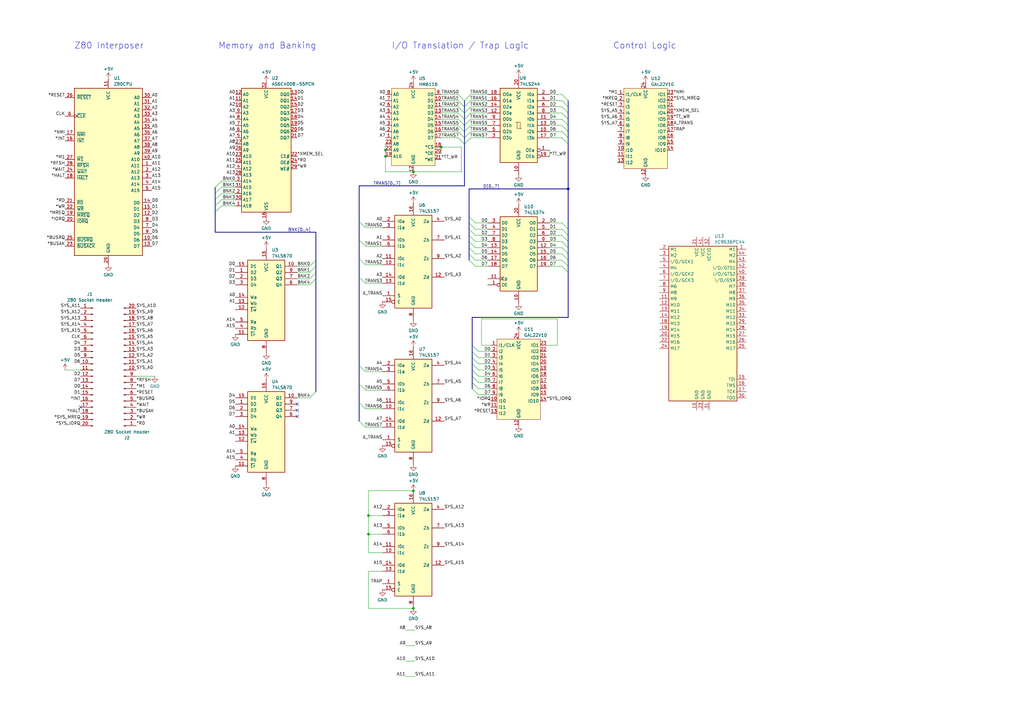
<source format=kicad_sch>
(kicad_sch (version 20230121) (generator eeschema)
  (paper "A3")
  (lib_symbols
    (symbol "74xx:74LS157" (pin_names (offset 1.016))
      (property "Reference" "U" (at -7.62 19.05 0))
      (property "Value" "74LS157" (at -7.62 -21.59 0))
      (symbol "74LS157_1_0"
        (pin input line (at -12.7 -15.24 0) (length 5.08) (name "S") (number "1"))
        (pin input line (at -12.7 -2.54 0) (length 5.08) (name "I1c") (number "10"))
        (pin input line (at -12.7 0 0) (length 5.08) (name "I0c") (number "11"))
        (pin output line (at 12.7 -7.62 180) (length 5.08) (name "Zd") (number "12"))
        (pin input line (at -12.7 -10.16 0) (length 5.08) (name "I1d") (number "13"))
        (pin input line (at -12.7 -7.62 0) (length 5.08) (name "I0d") (number "14"))
        (pin input inverted (at -12.7 -17.78 0) (length 5.08) (name "E") (number "15"))
        (pin power_in line (at 0 22.86 270) (length 5.08) (name "VCC") (number "16"))
        (pin input line (at -12.7 15.24 0) (length 5.08) (name "I0a") (number "2"))
        (pin input line (at -12.7 12.7 0) (length 5.08) (name "I1a") (number "3"))
        (pin output line (at 12.7 15.24 180) (length 5.08) (name "Za") (number "4"))
        (pin input line (at -12.7 7.62 0) (length 5.08) (name "I0b") (number "5"))
        (pin input line (at -12.7 5.08 0) (length 5.08) (name "I1b") (number "6"))
        (pin output line (at 12.7 7.62 180) (length 5.08) (name "Zb") (number "7"))
        (pin power_in line (at 0 -25.4 90) (length 5.08) (name "GND") (number "8"))
        (pin output line (at 12.7 0 180) (length 5.08) (name "Zc") (number "9"))
      )
    )
    (symbol "74xx:74LS244" (pin_names (offset 1.016))
      (property "Reference" "U" (at -7.62 16.51 0))
      (property "Value" "74LS244" (at -7.62 -16.51 0))
      (symbol "74LS244_1_0"
        (pin input inverted (at -12.7 -10.16 0) (length 5.08) (name "OEa") (number "1"))
        (pin power_in line (at 0 -20.32 90) (length 5.08) (name "GND") (number "10"))
        (pin input line (at -12.7 2.54 0) (length 5.08) (name "I0b") (number "11"))
        (pin tri_state line (at 12.7 5.08 180) (length 5.08) (name "O3a") (number "12"))
        (pin input line (at -12.7 0 0) (length 5.08) (name "I1b") (number "13"))
        (pin tri_state line (at 12.7 7.62 180) (length 5.08) (name "O2a") (number "14"))
        (pin input line (at -12.7 -2.54 0) (length 5.08) (name "I2b") (number "15"))
        (pin tri_state line (at 12.7 10.16 180) (length 5.08) (name "O1a") (number "16"))
        (pin input line (at -12.7 -5.08 0) (length 5.08) (name "I3b") (number "17"))
        (pin tri_state line (at 12.7 12.7 180) (length 5.08) (name "O0a") (number "18"))
        (pin input inverted (at -12.7 -12.7 0) (length 5.08) (name "OEb") (number "19"))
        (pin input line (at -12.7 12.7 0) (length 5.08) (name "I0a") (number "2"))
        (pin power_in line (at 0 20.32 270) (length 5.08) (name "VCC") (number "20"))
        (pin tri_state line (at 12.7 -5.08 180) (length 5.08) (name "O3b") (number "3"))
        (pin input line (at -12.7 10.16 0) (length 5.08) (name "I1a") (number "4"))
        (pin tri_state line (at 12.7 -2.54 180) (length 5.08) (name "O2b") (number "5"))
        (pin input line (at -12.7 7.62 0) (length 5.08) (name "I2a") (number "6"))
        (pin tri_state line (at 12.7 0 180) (length 5.08) (name "O1b") (number "7"))
        (pin input line (at -12.7 5.08 0) (length 5.08) (name "I3a") (number "8"))
        (pin tri_state line (at 12.7 2.54 180) (length 5.08) (name "O0b") (number "9"))
      )
    )
    (symbol "74xx:74LS374"
      (property "Reference" "U" (at -7.62 16.51 0))
      (property "Value" "74LS374" (at -7.62 -16.51 0))
      (symbol "74LS374_1_0"
        (pin input inverted (at -12.7 -12.7 0) (length 5.08) (name "OE") (number "1"))
        (pin power_in line (at 0 -20.32 90) (length 5.08) (name "GND") (number "10"))
        (pin input clock (at -12.7 -10.16 0) (length 5.08) (name "Cp") (number "11"))
        (pin tri_state line (at 12.7 2.54 180) (length 5.08) (name "O4") (number "12"))
        (pin input line (at -12.7 2.54 0) (length 5.08) (name "D4") (number "13"))
        (pin input line (at -12.7 0 0) (length 5.08) (name "D5") (number "14"))
        (pin tri_state line (at 12.7 0 180) (length 5.08) (name "O5") (number "15"))
        (pin tri_state line (at 12.7 -2.54 180) (length 5.08) (name "O6") (number "16"))
        (pin input line (at -12.7 -2.54 0) (length 5.08) (name "D6") (number "17"))
        (pin input line (at -12.7 -5.08 0) (length 5.08) (name "D7") (number "18"))
        (pin tri_state line (at 12.7 -5.08 180) (length 5.08) (name "O7") (number "19"))
        (pin tri_state line (at 12.7 12.7 180) (length 5.08) (name "O0") (number "2"))
        (pin power_in line (at 0 20.32 270) (length 5.08) (name "VCC") (number "20"))
        (pin input line (at -12.7 12.7 0) (length 5.08) (name "D0") (number "3"))
        (pin input line (at -12.7 10.16 0) (length 5.08) (name "D1") (number "4"))
        (pin tri_state line (at 12.7 10.16 180) (length 5.08) (name "O1") (number "5"))
        (pin tri_state line (at 12.7 7.62 180) (length 5.08) (name "O2") (number "6"))
        (pin input line (at -12.7 7.62 0) (length 5.08) (name "D2") (number "7"))
        (pin input line (at -12.7 5.08 0) (length 5.08) (name "D3") (number "8"))
        (pin tri_state line (at 12.7 5.08 180) (length 5.08) (name "O3") (number "9"))
      )
    )
    (symbol "74xx:74LS670" (pin_names (offset 1.016))
      (property "Reference" "U" (at -7.62 16.51 0))
      (property "Value" "74LS670" (at -7.62 -19.05 0))
      (symbol "74LS670_1_0"
        (pin input line (at -12.7 10.16 0) (length 5.08) (name "D2") (number "1"))
        (pin tri_state line (at 12.7 12.7 180) (length 5.08) (name "Q1") (number "10"))
        (pin input line (at -12.7 -15.24 0) (length 5.08) (name "~{Er}") (number "11"))
        (pin input line (at -12.7 -5.08 0) (length 5.08) (name "~{Ew}") (number "12"))
        (pin input line (at -12.7 -2.54 0) (length 5.08) (name "Wb") (number "13"))
        (pin input line (at -12.7 0 0) (length 5.08) (name "Wa") (number "14"))
        (pin input line (at -12.7 12.7 0) (length 5.08) (name "D1") (number "15"))
        (pin power_in line (at 0 20.32 270) (length 5.08) (name "VCC") (number "16"))
        (pin input line (at -12.7 7.62 0) (length 5.08) (name "D3") (number "2"))
        (pin input line (at -12.7 5.08 0) (length 5.08) (name "D4") (number "3"))
        (pin input line (at -12.7 -12.7 0) (length 5.08) (name "Rb") (number "4"))
        (pin input line (at -12.7 -10.16 0) (length 5.08) (name "Ra") (number "5"))
        (pin tri_state line (at 12.7 5.08 180) (length 5.08) (name "Q4") (number "6"))
        (pin tri_state line (at 12.7 7.62 180) (length 5.08) (name "Q3") (number "7"))
        (pin power_in line (at 0 -22.86 90) (length 5.08) (name "GND") (number "8"))
        (pin tri_state line (at 12.7 10.16 180) (length 5.08) (name "Q2") (number "9"))
      )
    )
    (symbol "CPLD_Xilinx:XC9536PC44"
      (property "Reference" "U" (at -13.97 33.02 0))
      (property "Value" "XC9536PC44" (at -13.97 -33.02 0))
      (symbol "XC9536PC44_1_1"
        (pin bidirectional line (at 17.78 30.48 180) (length 3.81) (name "M1") (number "1"))
        (pin power_in line (at -2.54 -35.56 90) (length 3.81) (name "GND") (number "10"))
        (pin bidirectional line (at -17.78 10.16 0) (length 3.81) (name "M9") (number "11"))
        (pin bidirectional line (at -17.78 7.62 0) (length 3.81) (name "M10") (number "12"))
        (pin bidirectional line (at -17.78 5.08 0) (length 3.81) (name "M11") (number "13"))
        (pin bidirectional line (at -17.78 2.54 0) (length 3.81) (name "M12") (number "14"))
        (pin input line (at 17.78 -22.86 180) (length 3.81) (name "TDI") (number "15"))
        (pin input line (at 17.78 -25.4 180) (length 3.81) (name "TMS") (number "16"))
        (pin input line (at 17.78 -27.94 180) (length 3.81) (name "TCK") (number "17"))
        (pin bidirectional line (at -17.78 0 0) (length 3.81) (name "M13") (number "18"))
        (pin bidirectional line (at -17.78 -2.54 0) (length 3.81) (name "M14") (number "19"))
        (pin bidirectional line (at -17.78 30.48 0) (length 3.81) (name "M1") (number "2"))
        (pin bidirectional line (at -17.78 -5.08 0) (length 3.81) (name "M15") (number "20"))
        (pin power_in line (at -2.54 35.56 270) (length 3.81) (name "VCC") (number "21"))
        (pin bidirectional line (at -17.78 -7.62 0) (length 3.81) (name "M16") (number "22"))
        (pin power_in line (at 0 -35.56 90) (length 3.81) (name "GND") (number "23"))
        (pin bidirectional line (at -17.78 -10.16 0) (length 3.81) (name "M17") (number "24"))
        (pin bidirectional line (at 17.78 -10.16 180) (length 3.81) (name "M17") (number "25"))
        (pin bidirectional line (at 17.78 -7.62 180) (length 3.81) (name "M16") (number "26"))
        (pin bidirectional line (at 17.78 -5.08 180) (length 3.81) (name "M15") (number "27"))
        (pin bidirectional line (at 17.78 -2.54 180) (length 3.81) (name "M14") (number "28"))
        (pin bidirectional line (at 17.78 0 180) (length 3.81) (name "M13") (number "29"))
        (pin bidirectional line (at -17.78 27.94 0) (length 3.81) (name "M2") (number "3"))
        (pin output line (at 17.78 -30.48 180) (length 3.81) (name "TDO") (number "30"))
        (pin power_in line (at 2.54 -35.56 90) (length 3.81) (name "GND") (number "31"))
        (pin power_in line (at 2.54 35.56 270) (length 3.81) (name "VCCIO") (number "32"))
        (pin bidirectional line (at 17.78 2.54 180) (length 3.81) (name "M12") (number "33"))
        (pin bidirectional line (at 17.78 5.08 180) (length 3.81) (name "M11") (number "34"))
        (pin bidirectional line (at 17.78 7.62 180) (length 3.81) (name "M10") (number "35"))
        (pin bidirectional line (at 17.78 10.16 180) (length 3.81) (name "M9") (number "36"))
        (pin bidirectional line (at 17.78 12.7 180) (length 3.81) (name "M8") (number "37"))
        (pin bidirectional line (at 17.78 15.24 180) (length 3.81) (name "M7") (number "38"))
        (pin bidirectional line (at 17.78 17.78 180) (length 3.81) (name "I/O/GSR") (number "39"))
        (pin bidirectional line (at -17.78 22.86 0) (length 3.81) (name "M4") (number "4"))
        (pin bidirectional line (at 17.78 20.32 180) (length 3.81) (name "I/O/GTS2") (number "40"))
        (pin power_in line (at 0 35.56 270) (length 3.81) (name "VCC") (number "41"))
        (pin bidirectional line (at 17.78 22.86 180) (length 3.81) (name "I/O/GTS1") (number "42"))
        (pin bidirectional line (at 17.78 25.4 180) (length 3.81) (name "M4") (number "43"))
        (pin bidirectional line (at 17.78 27.94 180) (length 3.81) (name "M2") (number "44"))
        (pin bidirectional line (at -17.78 25.4 0) (length 3.81) (name "I/O/GCK1") (number "5"))
        (pin bidirectional line (at -17.78 20.32 0) (length 3.81) (name "I/O/GCK2") (number "6"))
        (pin bidirectional line (at -17.78 17.78 0) (length 3.81) (name "I/O/GCK3") (number "7"))
        (pin bidirectional line (at -17.78 15.24 0) (length 3.81) (name "M6") (number "8"))
        (pin bidirectional line (at -17.78 12.7 0) (length 3.81) (name "M8") (number "9"))
      )
    )
    (symbol "CPU:Z80CPU" (pin_names (offset 1.016))
      (property "Reference" "U" (at -13.97 35.56 0))
      (property "Value" "Z80CPU" (at 6.35 35.56 0))
      (symbol "Z80CPU_1_1"
        (pin output line (at 17.78 2.54 180) (length 3.81) (name "A11") (number "1"))
        (pin bidirectional line (at 17.78 -27.94 180) (length 3.81) (name "D6") (number "10"))
        (pin power_in line (at 0 38.1 270) (length 3.81) (name "VCC") (number "11"))
        (pin bidirectional line (at 17.78 -17.78 180) (length 3.81) (name "D2") (number "12"))
        (pin bidirectional line (at 17.78 -30.48 180) (length 3.81) (name "D7") (number "13"))
        (pin bidirectional line (at 17.78 -12.7 180) (length 3.81) (name "D0") (number "14"))
        (pin bidirectional line (at 17.78 -15.24 180) (length 3.81) (name "D1") (number "15"))
        (pin input line (at -17.78 12.7 0) (length 3.81) (name "~{INT}") (number "16"))
        (pin input line (at -17.78 15.24 0) (length 3.81) (name "~{NMI}") (number "17"))
        (pin output line (at -17.78 -2.54 0) (length 3.81) (name "~{HALT}") (number "18"))
        (pin output line (at -17.78 -17.78 0) (length 3.81) (name "~{MREQ}") (number "19"))
        (pin output line (at 17.78 0 180) (length 3.81) (name "A12") (number "2"))
        (pin output line (at -17.78 -20.32 0) (length 3.81) (name "~{IORQ}") (number "20"))
        (pin output line (at -17.78 -12.7 0) (length 3.81) (name "~{RD}") (number "21"))
        (pin output line (at -17.78 -15.24 0) (length 3.81) (name "~{WR}") (number "22"))
        (pin output line (at -17.78 -30.48 0) (length 3.81) (name "~{BUSACK}") (number "23"))
        (pin input line (at -17.78 0 0) (length 3.81) (name "~{WAIT}") (number "24"))
        (pin input line (at -17.78 -27.94 0) (length 3.81) (name "~{BUSRQ}") (number "25"))
        (pin input line (at -17.78 30.48 0) (length 3.81) (name "~{RESET}") (number "26"))
        (pin output line (at -17.78 5.08 0) (length 3.81) (name "~{M1}") (number "27"))
        (pin output line (at -17.78 2.54 0) (length 3.81) (name "~{RFSH}") (number "28"))
        (pin power_in line (at 0 -38.1 90) (length 3.81) (name "GND") (number "29"))
        (pin output line (at 17.78 -2.54 180) (length 3.81) (name "A13") (number "3"))
        (pin output line (at 17.78 30.48 180) (length 3.81) (name "A0") (number "30"))
        (pin output line (at 17.78 27.94 180) (length 3.81) (name "A1") (number "31"))
        (pin output line (at 17.78 25.4 180) (length 3.81) (name "A2") (number "32"))
        (pin output line (at 17.78 22.86 180) (length 3.81) (name "A3") (number "33"))
        (pin output line (at 17.78 20.32 180) (length 3.81) (name "A4") (number "34"))
        (pin output line (at 17.78 17.78 180) (length 3.81) (name "A5") (number "35"))
        (pin output line (at 17.78 15.24 180) (length 3.81) (name "A6") (number "36"))
        (pin output line (at 17.78 12.7 180) (length 3.81) (name "A7") (number "37"))
        (pin output line (at 17.78 10.16 180) (length 3.81) (name "A8") (number "38"))
        (pin output line (at 17.78 7.62 180) (length 3.81) (name "A9") (number "39"))
        (pin output line (at 17.78 -5.08 180) (length 3.81) (name "A14") (number "4"))
        (pin output line (at 17.78 5.08 180) (length 3.81) (name "A10") (number "40"))
        (pin output line (at 17.78 -7.62 180) (length 3.81) (name "A15") (number "5"))
        (pin input clock (at -17.78 22.86 0) (length 3.81) (name "~{CLK}") (number "6"))
        (pin bidirectional line (at 17.78 -22.86 180) (length 3.81) (name "D4") (number "7"))
        (pin bidirectional line (at 17.78 -20.32 180) (length 3.81) (name "D3") (number "8"))
        (pin bidirectional line (at 17.78 -25.4 180) (length 3.81) (name "D5") (number "9"))
      )
    )
    (symbol "Connector:Conn_01x20_Pin" (pin_names (offset 1.016) hide)
      (property "Reference" "J" (at 0 25.4 0))
      (property "Value" "Conn_01x20_Pin" (at 0 -27.94 0))
      (symbol "Conn_01x20_Pin_1_1"
        (pin passive line (at 5.08 22.86 180) (length 3.81) (name "Pin_1") (number "1"))
        (pin passive line (at 5.08 0 180) (length 3.81) (name "Pin_10") (number "10"))
        (pin passive line (at 5.08 -2.54 180) (length 3.81) (name "Pin_11") (number "11"))
        (pin passive line (at 5.08 -5.08 180) (length 3.81) (name "Pin_12") (number "12"))
        (pin passive line (at 5.08 -7.62 180) (length 3.81) (name "Pin_13") (number "13"))
        (pin passive line (at 5.08 -10.16 180) (length 3.81) (name "Pin_14") (number "14"))
        (pin passive line (at 5.08 -12.7 180) (length 3.81) (name "Pin_15") (number "15"))
        (pin passive line (at 5.08 -15.24 180) (length 3.81) (name "Pin_16") (number "16"))
        (pin passive line (at 5.08 -17.78 180) (length 3.81) (name "Pin_17") (number "17"))
        (pin passive line (at 5.08 -20.32 180) (length 3.81) (name "Pin_18") (number "18"))
        (pin passive line (at 5.08 -22.86 180) (length 3.81) (name "Pin_19") (number "19"))
        (pin passive line (at 5.08 20.32 180) (length 3.81) (name "Pin_2") (number "2"))
        (pin passive line (at 5.08 -25.4 180) (length 3.81) (name "Pin_20") (number "20"))
        (pin passive line (at 5.08 17.78 180) (length 3.81) (name "Pin_3") (number "3"))
        (pin passive line (at 5.08 15.24 180) (length 3.81) (name "Pin_4") (number "4"))
        (pin passive line (at 5.08 12.7 180) (length 3.81) (name "Pin_5") (number "5"))
        (pin passive line (at 5.08 10.16 180) (length 3.81) (name "Pin_6") (number "6"))
        (pin passive line (at 5.08 7.62 180) (length 3.81) (name "Pin_7") (number "7"))
        (pin passive line (at 5.08 5.08 180) (length 3.81) (name "Pin_8") (number "8"))
        (pin passive line (at 5.08 2.54 180) (length 3.81) (name "Pin_9") (number "9"))
      )
    )
    (symbol "Custom:GAL22V10"
      (property "Reference" "U" (at 1.27 3.81 0))
      (property "Value" "GAL22V10" (at 1.27 1.27 0))
      (symbol "GAL22V10_1_1"
        (pin input line (at -11.43 -2.54 0) (length 2.54) (name "I1/CLK") (number "1"))
        (pin input line (at -11.43 -25.4 0) (length 2.54) (name "I10") (number "10"))
        (pin input line (at -11.43 -27.94 0) (length 2.54) (name "I11") (number "11"))
        (pin power_in line (at 0 -35.56 90) (length 2.54) (name "GND") (number "12"))
        (pin input line (at -11.43 -30.48 0) (length 2.54) (name "I12") (number "13"))
        (pin bidirectional line (at 11.43 -25.4 180) (length 2.54) (name "IO10") (number "14"))
        (pin bidirectional line (at 11.43 -22.86 180) (length 2.54) (name "IO9") (number "15"))
        (pin bidirectional line (at 11.43 -20.32 180) (length 2.54) (name "IO8") (number "16"))
        (pin bidirectional line (at 11.43 -17.78 180) (length 2.54) (name "IO7") (number "17"))
        (pin bidirectional line (at 11.43 -15.24 180) (length 2.54) (name "IO6") (number "18"))
        (pin bidirectional line (at 11.43 -12.7 180) (length 2.54) (name "IO5") (number "19"))
        (pin input line (at -11.43 -5.08 0) (length 2.54) (name "I2") (number "2"))
        (pin bidirectional line (at 11.43 -10.16 180) (length 2.54) (name "IO4") (number "20"))
        (pin bidirectional line (at 11.43 -7.62 180) (length 2.54) (name "IO3") (number "21"))
        (pin bidirectional line (at 11.43 -5.08 180) (length 2.54) (name "IO2") (number "22"))
        (pin bidirectional line (at 11.43 -2.54 180) (length 2.54) (name "IO1") (number "23"))
        (pin power_in line (at 0 2.54 270) (length 2.54) (name "VCC") (number "24"))
        (pin input line (at -11.43 -7.62 0) (length 2.54) (name "I3") (number "3"))
        (pin input line (at -11.43 -10.16 0) (length 2.54) (name "I4") (number "4"))
        (pin input line (at -11.43 -12.7 0) (length 2.54) (name "I5") (number "5"))
        (pin input line (at -11.43 -15.24 0) (length 2.54) (name "I6") (number "6"))
        (pin input line (at -11.43 -17.78 0) (length 2.54) (name "I7") (number "7"))
        (pin input line (at -11.43 -20.32 0) (length 2.54) (name "I8") (number "8"))
        (pin input line (at -11.43 -22.86 0) (length 2.54) (name "I9") (number "9"))
      )
    )
    (symbol "Custom:HM6116"
      (property "Reference" "U" (at 1.27 3.81 0))
      (property "Value" "HM6116" (at 1.27 1.27 0))
      (symbol "HM6116_1_1"
        (pin input line (at -11.43 -20.32 0) (length 2.54) (name "A7") (number "1"))
        (pin bidirectional line (at 11.43 -5.08 180) (length 2.54) (name "D1") (number "10"))
        (pin bidirectional line (at 11.43 -7.62 180) (length 2.54) (name "D2") (number "11"))
        (pin power_in line (at 0 -34.29 90) (length 2.54) (name "GND") (number "12"))
        (pin bidirectional line (at 11.43 -10.16 180) (length 2.54) (name "D3") (number "13"))
        (pin bidirectional line (at 11.43 -12.7 180) (length 2.54) (name "D4") (number "14"))
        (pin bidirectional line (at 11.43 -15.24 180) (length 2.54) (name "D5") (number "15"))
        (pin bidirectional line (at 11.43 -17.78 180) (length 2.54) (name "D6") (number "16"))
        (pin bidirectional line (at 11.43 -20.32 180) (length 2.54) (name "D7") (number "17"))
        (pin input line (at 11.43 -24.13 180) (length 2.54) (name "*CS") (number "18"))
        (pin input line (at -11.43 -27.94 0) (length 2.54) (name "A10") (number "19"))
        (pin input line (at -11.43 -17.78 0) (length 2.54) (name "A6") (number "2"))
        (pin input line (at 11.43 -26.67 180) (length 2.54) (name "*OE") (number "20"))
        (pin input line (at 11.43 -29.21 180) (length 2.54) (name "*WE") (number "21"))
        (pin input line (at -11.43 -25.4 0) (length 2.54) (name "A9") (number "22"))
        (pin input line (at -11.43 -22.86 0) (length 2.54) (name "A8") (number "23"))
        (pin power_in line (at 0 2.54 270) (length 2.54) (name "VCC") (number "24"))
        (pin input line (at -11.43 -15.24 0) (length 2.54) (name "A5") (number "3"))
        (pin input line (at -11.43 -12.7 0) (length 2.54) (name "A4") (number "4"))
        (pin input line (at -11.43 -10.16 0) (length 2.54) (name "A3") (number "5"))
        (pin input line (at -11.43 -7.62 0) (length 2.54) (name "A2") (number "6"))
        (pin input line (at -11.43 -5.08 0) (length 2.54) (name "A1") (number "7"))
        (pin input line (at -11.43 -2.54 0) (length 2.54) (name "A0") (number "8"))
        (pin bidirectional line (at 11.43 -2.54 180) (length 2.54) (name "D0") (number "9"))
      )
    )
    (symbol "Memory_RAM:AS6C4008-55PCN"
      (property "Reference" "U" (at -10.16 26.035 0))
      (property "Value" "AS6C4008-55PCN" (at 2.54 26.035 0))
      (symbol "AS6C4008-55PCN_0_0"
        (pin power_in line (at 0 -27.94 90) (length 2.54) (name "VSS") (number "16"))
        (pin power_in line (at 0 27.94 270) (length 2.54) (name "VCC") (number "32"))
      )
      (symbol "AS6C4008-55PCN_1_1"
        (pin input line (at -12.7 -22.86 0) (length 2.54) (name "A18") (number "1"))
        (pin input line (at -12.7 17.78 0) (length 2.54) (name "A2") (number "10"))
        (pin input line (at -12.7 20.32 0) (length 2.54) (name "A1") (number "11"))
        (pin input line (at -12.7 22.86 0) (length 2.54) (name "A0") (number "12"))
        (pin tri_state line (at 12.7 22.86 180) (length 2.54) (name "DQ0") (number "13"))
        (pin tri_state line (at 12.7 20.32 180) (length 2.54) (name "DQ1") (number "14"))
        (pin tri_state line (at 12.7 17.78 180) (length 2.54) (name "DQ2") (number "15"))
        (pin tri_state line (at 12.7 15.24 180) (length 2.54) (name "DQ3") (number "17"))
        (pin tri_state line (at 12.7 12.7 180) (length 2.54) (name "DQ4") (number "18"))
        (pin tri_state line (at 12.7 10.16 180) (length 2.54) (name "DQ5") (number "19"))
        (pin input line (at -12.7 -17.78 0) (length 2.54) (name "A16") (number "2"))
        (pin tri_state line (at 12.7 7.62 180) (length 2.54) (name "DQ6") (number "20"))
        (pin tri_state line (at 12.7 5.08 180) (length 2.54) (name "DQ7") (number "21"))
        (pin input line (at 12.7 -2.54 180) (length 2.54) (name "CE#") (number "22"))
        (pin input line (at -12.7 -2.54 0) (length 2.54) (name "A10") (number "23"))
        (pin input line (at 12.7 -5.08 180) (length 2.54) (name "OE#") (number "24"))
        (pin input line (at -12.7 -5.08 0) (length 2.54) (name "A11") (number "25"))
        (pin input line (at -12.7 0 0) (length 2.54) (name "A9") (number "26"))
        (pin input line (at -12.7 2.54 0) (length 2.54) (name "A8") (number "27"))
        (pin input line (at -12.7 -10.16 0) (length 2.54) (name "A13") (number "28"))
        (pin input line (at 12.7 -7.62 180) (length 2.54) (name "WE#") (number "29"))
        (pin input line (at -12.7 -12.7 0) (length 2.54) (name "A14") (number "3"))
        (pin input line (at -12.7 -20.32 0) (length 2.54) (name "A17") (number "30"))
        (pin input line (at -12.7 -15.24 0) (length 2.54) (name "A15") (number "31"))
        (pin input line (at -12.7 -7.62 0) (length 2.54) (name "A12") (number "4"))
        (pin input line (at -12.7 5.08 0) (length 2.54) (name "A7") (number "5"))
        (pin input line (at -12.7 7.62 0) (length 2.54) (name "A6") (number "6"))
        (pin input line (at -12.7 10.16 0) (length 2.54) (name "A5") (number "7"))
        (pin input line (at -12.7 12.7 0) (length 2.54) (name "A4") (number "8"))
        (pin input line (at -12.7 15.24 0) (length 2.54) (name "A3") (number "9"))
      )
    )
    (symbol "power:+5V" (power) (pin_names (offset 0))
      (property "Value" "+5V" (at 0 3.556 0))
      (symbol "+5V_1_1"
        (pin power_in line (at 0 0 90) (length 0) hide (name "+5V") (number "1"))
      )
    )
    (symbol "power:GND" (power) (pin_names (offset 0))
      (property "Value" "GND" (at 0 -3.81 0))
      (symbol "GND_1_1"
        (pin power_in line (at 0 0 270) (length 0) hide (name "GND") (number "1"))
      )
    )
  )
  (junction (at 158.115 61.595))
  (junction (at 151.13 211.455))
  (junction (at 169.545 70.485))
  (junction (at 180.975 60.325))
  (junction (at 151.13 219.075))
  (junction (at 233.045 77.47))
  (junction (at 158.115 64.135))
  (junction (at 169.545 201.295))
  (junction (at 169.545 249.555))
  (no_connect (at 121.92 170.815))
  (no_connect (at 121.92 168.275))
  (no_connect (at 33.02 167.005))
  (no_connect (at 121.92 165.735))
  (bus_entry (at 233.045 51.435) (size -2.54 -2.54))
  (bus_entry (at 192.405 96.52) (size 2.54 2.54))
  (bus_entry (at 233.045 48.895) (size -2.54 -2.54))
  (bus_entry (at 233.045 43.815) (size -2.54 -2.54))
  (bus_entry (at 190.5 53.975) (size -2.54 -2.54))
  (bus_entry (at 190.5 48.895) (size 2.54 -2.54))
  (bus_entry (at 129.54 114.3) (size -2.54 2.54))
  (bus_entry (at 233.045 46.355) (size -2.54 -2.54))
  (bus_entry (at 190.5 43.815) (size 2.54 -2.54))
  (bus_entry (at 193.675 144.145) (size 2.54 2.54))
  (bus_entry (at 233.045 56.515) (size -2.54 -2.54))
  (bus_entry (at 233.045 111.76) (size -2.54 -2.54))
  (bus_entry (at 193.675 146.685) (size 2.54 2.54))
  (bus_entry (at 193.675 151.765) (size 2.54 2.54))
  (bus_entry (at 190.5 59.055) (size 2.54 -2.54))
  (bus_entry (at 147.32 113.665) (size 2.54 2.54))
  (bus_entry (at 190.5 56.515) (size 2.54 -2.54))
  (bus_entry (at 129.54 160.655) (size -2.54 2.54))
  (bus_entry (at 192.405 101.6) (size 2.54 2.54))
  (bus_entry (at 88.265 81.915) (size 2.54 -2.54))
  (bus_entry (at 193.675 149.225) (size 2.54 2.54))
  (bus_entry (at 192.405 99.06) (size 2.54 2.54))
  (bus_entry (at 88.265 76.835) (size 2.54 -2.54))
  (bus_entry (at 147.32 172.72) (size 2.54 2.54))
  (bus_entry (at 192.405 104.14) (size 2.54 2.54))
  (bus_entry (at 190.5 51.435) (size -2.54 -2.54))
  (bus_entry (at 233.045 106.68) (size -2.54 -2.54))
  (bus_entry (at 88.265 79.375) (size 2.54 -2.54))
  (bus_entry (at 233.045 59.055) (size -2.54 -2.54))
  (bus_entry (at 192.405 91.44) (size 2.54 2.54))
  (bus_entry (at 233.045 104.14) (size -2.54 -2.54))
  (bus_entry (at 190.5 41.275) (size -2.54 -2.54))
  (bus_entry (at 192.405 88.9) (size 2.54 2.54))
  (bus_entry (at 190.5 43.815) (size -2.54 -2.54))
  (bus_entry (at 190.5 56.515) (size -2.54 -2.54))
  (bus_entry (at 233.045 53.975) (size -2.54 -2.54))
  (bus_entry (at 193.675 141.605) (size 2.54 2.54))
  (bus_entry (at 129.54 111.76) (size -2.54 2.54))
  (bus_entry (at 88.265 86.995) (size 2.54 -2.54))
  (bus_entry (at 233.045 93.98) (size -2.54 -2.54))
  (bus_entry (at 233.045 99.06) (size -2.54 -2.54))
  (bus_entry (at 190.5 59.055) (size -2.54 -2.54))
  (bus_entry (at 233.045 41.275) (size -2.54 -2.54))
  (bus_entry (at 190.5 41.275) (size 2.54 -2.54))
  (bus_entry (at 192.405 106.68) (size 2.54 2.54))
  (bus_entry (at 147.32 165.1) (size 2.54 2.54))
  (bus_entry (at 193.675 159.385) (size 2.54 2.54))
  (bus_entry (at 190.5 46.355) (size -2.54 -2.54))
  (bus_entry (at 193.675 154.305) (size 2.54 2.54))
  (bus_entry (at 193.675 156.845) (size 2.54 2.54))
  (bus_entry (at 147.32 157.48) (size 2.54 2.54))
  (bus_entry (at 147.32 106.045) (size 2.54 2.54))
  (bus_entry (at 190.5 53.975) (size 2.54 -2.54))
  (bus_entry (at 88.265 84.455) (size 2.54 -2.54))
  (bus_entry (at 233.045 109.22) (size -2.54 -2.54))
  (bus_entry (at 190.5 48.895) (size -2.54 -2.54))
  (bus_entry (at 147.32 90.805) (size 2.54 2.54))
  (bus_entry (at 129.54 109.22) (size -2.54 2.54))
  (bus_entry (at 233.045 96.52) (size -2.54 -2.54))
  (bus_entry (at 190.5 51.435) (size 2.54 -2.54))
  (bus_entry (at 233.045 101.6) (size -2.54 -2.54))
  (bus_entry (at 147.32 149.86) (size 2.54 2.54))
  (bus_entry (at 190.5 46.355) (size 2.54 -2.54))
  (bus_entry (at 147.32 98.425) (size 2.54 2.54))
  (bus_entry (at 129.54 106.68) (size -2.54 2.54))
  (bus_entry (at 192.405 93.98) (size 2.54 2.54))
  (wire (pts (xy 193.04 41.275) (xy 200.025 41.275)))
  (wire (pts (xy 151.13 211.455) (xy 151.13 219.075)))
  (wire (pts (xy 197.485 130.81) (xy 197.485 141.605)))
  (bus (pts (xy 233.045 106.68) (xy 233.045 109.22)))
  (bus (pts (xy 233.045 46.355) (xy 233.045 48.895)))
  (wire (pts (xy 200.025 99.06) (xy 194.945 99.06)))
  (bus (pts (xy 147.32 157.48) (xy 147.32 165.1)))
  (bus (pts (xy 192.405 101.6) (xy 192.405 99.06)))
  (bus (pts (xy 193.675 146.685) (xy 193.675 144.145)))
  (bus (pts (xy 190.5 59.055) (xy 190.5 76.2)))
  (bus (pts (xy 190.5 51.435) (xy 190.5 53.975)))
  (wire (pts (xy 90.805 81.915) (xy 96.52 81.915)))
  (wire (pts (xy 228.6 141.605) (xy 228.6 130.81)))
  (wire (pts (xy 225.425 41.275) (xy 230.505 41.275)))
  (wire (pts (xy 158.115 59.055) (xy 158.115 61.595)))
  (wire (pts (xy 197.485 141.605) (xy 201.295 141.605)))
  (bus (pts (xy 192.405 77.47) (xy 192.405 88.9)))
  (bus (pts (xy 233.045 111.76) (xy 233.045 130.175)))
  (wire (pts (xy 225.425 61.595) (xy 225.425 64.135)))
  (bus (pts (xy 193.675 156.845) (xy 193.675 154.305)))
  (bus (pts (xy 192.405 93.98) (xy 192.405 91.44)))
  (bus (pts (xy 192.405 96.52) (xy 192.405 93.98)))
  (wire (pts (xy 121.92 163.195) (xy 127 163.195)))
  (bus (pts (xy 190.5 43.815) (xy 190.5 46.355)))
  (bus (pts (xy 233.045 99.06) (xy 233.045 101.6)))
  (bus (pts (xy 192.405 91.44) (xy 192.405 88.9)))
  (bus (pts (xy 233.045 59.055) (xy 233.045 77.47)))
  (wire (pts (xy 228.6 130.81) (xy 197.485 130.81)))
  (bus (pts (xy 190.5 53.975) (xy 190.5 56.515)))
  (wire (pts (xy 193.04 51.435) (xy 200.025 51.435)))
  (wire (pts (xy 149.86 167.64) (xy 156.845 167.64)))
  (wire (pts (xy 225.425 96.52) (xy 230.505 96.52)))
  (wire (pts (xy 90.805 79.375) (xy 96.52 79.375)))
  (wire (pts (xy 169.545 201.295) (xy 151.13 201.295)))
  (wire (pts (xy 189.23 70.485) (xy 169.545 70.485)))
  (wire (pts (xy 224.155 141.605) (xy 228.6 141.605)))
  (wire (pts (xy 201.295 151.765) (xy 196.215 151.765)))
  (bus (pts (xy 147.32 76.2) (xy 190.5 76.2)))
  (wire (pts (xy 200.025 91.44) (xy 194.945 91.44)))
  (bus (pts (xy 193.675 144.145) (xy 193.675 141.605)))
  (wire (pts (xy 225.425 93.98) (xy 230.505 93.98)))
  (wire (pts (xy 158.115 64.135) (xy 158.115 70.485)))
  (wire (pts (xy 121.92 111.76) (xy 127 111.76)))
  (wire (pts (xy 151.13 226.695) (xy 156.845 226.695)))
  (wire (pts (xy 225.425 48.895) (xy 230.505 48.895)))
  (wire (pts (xy 225.425 99.06) (xy 230.505 99.06)))
  (wire (pts (xy 151.13 201.295) (xy 151.13 211.455)))
  (bus (pts (xy 233.045 51.435) (xy 233.045 53.975)))
  (bus (pts (xy 233.045 101.6) (xy 233.045 104.14)))
  (wire (pts (xy 201.295 144.145) (xy 196.215 144.145)))
  (bus (pts (xy 147.32 76.2) (xy 147.32 90.805)))
  (bus (pts (xy 233.045 77.47) (xy 192.405 77.47)))
  (wire (pts (xy 55.88 154.305) (xy 63.5 154.305)))
  (bus (pts (xy 233.045 130.175) (xy 193.675 130.175)))
  (bus (pts (xy 129.54 111.76) (xy 129.54 114.3)))
  (wire (pts (xy 225.425 46.355) (xy 230.505 46.355)))
  (bus (pts (xy 233.045 77.47) (xy 233.045 93.98)))
  (wire (pts (xy 121.92 109.22) (xy 127 109.22)))
  (wire (pts (xy 193.04 38.735) (xy 200.025 38.735)))
  (wire (pts (xy 225.425 56.515) (xy 230.505 56.515)))
  (wire (pts (xy 225.425 51.435) (xy 230.505 51.435)))
  (wire (pts (xy 149.86 93.345) (xy 156.845 93.345)))
  (wire (pts (xy 158.115 70.485) (xy 169.545 70.485)))
  (bus (pts (xy 129.54 95.25) (xy 129.54 106.68)))
  (wire (pts (xy 166.37 271.145) (xy 170.18 271.145)))
  (wire (pts (xy 225.425 104.14) (xy 230.505 104.14)))
  (wire (pts (xy 180.975 60.325) (xy 180.975 62.865)))
  (wire (pts (xy 225.425 91.44) (xy 230.505 91.44)))
  (wire (pts (xy 121.92 114.3) (xy 127 114.3)))
  (wire (pts (xy 201.295 154.305) (xy 196.215 154.305)))
  (wire (pts (xy 180.975 41.275) (xy 187.96 41.275)))
  (bus (pts (xy 129.54 109.22) (xy 129.54 111.76)))
  (bus (pts (xy 88.265 79.375) (xy 88.265 81.915)))
  (wire (pts (xy 90.805 74.295) (xy 96.52 74.295)))
  (wire (pts (xy 149.86 116.205) (xy 156.845 116.205)))
  (bus (pts (xy 192.405 104.14) (xy 192.405 101.6)))
  (wire (pts (xy 180.975 51.435) (xy 187.96 51.435)))
  (bus (pts (xy 192.405 99.06) (xy 192.405 96.52)))
  (wire (pts (xy 149.86 108.585) (xy 156.845 108.585)))
  (wire (pts (xy 225.425 43.815) (xy 230.505 43.815)))
  (bus (pts (xy 147.32 113.665) (xy 147.32 149.86)))
  (wire (pts (xy 180.975 38.735) (xy 187.96 38.735)))
  (bus (pts (xy 88.265 86.995) (xy 88.265 95.25)))
  (bus (pts (xy 233.045 41.275) (xy 233.045 43.815)))
  (wire (pts (xy 200.025 106.68) (xy 194.945 106.68)))
  (wire (pts (xy 26.67 151.765) (xy 33.02 151.765)))
  (wire (pts (xy 193.04 53.975) (xy 200.025 53.975)))
  (wire (pts (xy 158.115 61.595) (xy 158.115 64.135)))
  (bus (pts (xy 190.5 56.515) (xy 190.5 59.055)))
  (wire (pts (xy 149.86 100.965) (xy 156.845 100.965)))
  (bus (pts (xy 129.54 114.3) (xy 129.54 160.655)))
  (wire (pts (xy 149.86 175.26) (xy 156.845 175.26)))
  (bus (pts (xy 192.405 104.14) (xy 192.405 106.68)))
  (wire (pts (xy 201.295 156.845) (xy 196.215 156.845)))
  (wire (pts (xy 180.975 46.355) (xy 187.96 46.355)))
  (bus (pts (xy 190.5 46.355) (xy 190.5 48.895)))
  (wire (pts (xy 166.37 264.795) (xy 170.18 264.795)))
  (wire (pts (xy 200.025 96.52) (xy 194.945 96.52)))
  (wire (pts (xy 189.23 60.325) (xy 189.23 70.485)))
  (bus (pts (xy 233.045 56.515) (xy 233.045 59.055)))
  (wire (pts (xy 180.975 60.325) (xy 189.23 60.325)))
  (bus (pts (xy 88.265 84.455) (xy 88.265 86.995)))
  (bus (pts (xy 193.675 149.225) (xy 193.675 146.685)))
  (bus (pts (xy 233.045 43.815) (xy 233.045 46.355)))
  (wire (pts (xy 225.425 53.975) (xy 230.505 53.975)))
  (wire (pts (xy 225.425 109.22) (xy 230.505 109.22)))
  (wire (pts (xy 151.13 219.075) (xy 151.13 226.695)))
  (bus (pts (xy 147.32 90.805) (xy 147.32 98.425)))
  (wire (pts (xy 193.04 43.815) (xy 200.025 43.815)))
  (wire (pts (xy 225.425 101.6) (xy 230.505 101.6)))
  (wire (pts (xy 180.975 53.975) (xy 187.96 53.975)))
  (wire (pts (xy 90.805 84.455) (xy 96.52 84.455)))
  (bus (pts (xy 147.32 165.1) (xy 147.32 172.72)))
  (bus (pts (xy 190.5 41.275) (xy 190.5 43.815)))
  (bus (pts (xy 233.045 104.14) (xy 233.045 106.68)))
  (wire (pts (xy 201.295 159.385) (xy 196.215 159.385)))
  (bus (pts (xy 233.045 48.895) (xy 233.045 51.435)))
  (wire (pts (xy 201.295 149.225) (xy 196.215 149.225)))
  (wire (pts (xy 151.13 234.315) (xy 156.845 234.315)))
  (wire (pts (xy 200.025 101.6) (xy 194.945 101.6)))
  (bus (pts (xy 233.045 93.98) (xy 233.045 96.52)))
  (wire (pts (xy 180.975 43.815) (xy 187.96 43.815)))
  (wire (pts (xy 180.975 48.895) (xy 187.96 48.895)))
  (bus (pts (xy 233.045 109.22) (xy 233.045 111.76)))
  (bus (pts (xy 88.265 95.25) (xy 129.54 95.25)))
  (wire (pts (xy 166.37 258.445) (xy 170.18 258.445)))
  (wire (pts (xy 166.37 277.495) (xy 170.18 277.495)))
  (wire (pts (xy 90.805 76.835) (xy 96.52 76.835)))
  (wire (pts (xy 193.04 56.515) (xy 200.025 56.515)))
  (bus (pts (xy 233.045 53.975) (xy 233.045 56.515)))
  (wire (pts (xy 151.13 219.075) (xy 156.845 219.075)))
  (bus (pts (xy 233.045 96.52) (xy 233.045 99.06)))
  (wire (pts (xy 225.425 106.68) (xy 230.505 106.68)))
  (bus (pts (xy 129.54 106.68) (xy 129.54 109.22)))
  (wire (pts (xy 200.025 93.98) (xy 194.945 93.98)))
  (bus (pts (xy 193.675 154.305) (xy 193.675 151.765)))
  (wire (pts (xy 193.04 48.895) (xy 200.025 48.895)))
  (wire (pts (xy 169.545 249.555) (xy 151.13 249.555)))
  (wire (pts (xy 151.13 234.315) (xy 151.13 249.555)))
  (wire (pts (xy 180.975 56.515) (xy 187.96 56.515)))
  (wire (pts (xy 121.92 116.84) (xy 127 116.84)))
  (bus (pts (xy 193.675 151.765) (xy 193.675 149.225)))
  (bus (pts (xy 193.675 156.845) (xy 193.675 159.385)))
  (bus (pts (xy 190.5 48.895) (xy 190.5 51.435)))
  (wire (pts (xy 149.86 152.4) (xy 156.845 152.4)))
  (bus (pts (xy 193.675 130.175) (xy 193.675 141.605)))
  (wire (pts (xy 149.86 160.02) (xy 156.845 160.02)))
  (wire (pts (xy 200.025 104.14) (xy 194.945 104.14)))
  (bus (pts (xy 147.32 98.425) (xy 147.32 106.045)))
  (wire (pts (xy 201.295 161.925) (xy 196.215 161.925)))
  (bus (pts (xy 88.265 76.835) (xy 88.265 79.375)))
  (wire (pts (xy 151.13 211.455) (xy 156.845 211.455)))
  (wire (pts (xy 200.025 109.22) (xy 194.945 109.22)))
  (bus (pts (xy 147.32 149.86) (xy 147.32 157.48)))
  (bus (pts (xy 88.265 81.915) (xy 88.265 84.455)))
  (wire (pts (xy 193.04 46.355) (xy 200.025 46.355)))
  (wire (pts (xy 225.425 38.735) (xy 230.505 38.735)))
  (bus (pts (xy 147.32 106.045) (xy 147.32 113.665)))
  (wire (pts (xy 201.295 146.685) (xy 196.215 146.685)))
  (text "Memory and Banking" (at 89.535 20.32 0) (effects (font (size 2.54 2.54)) (justify left bottom)))
  (text "Z80 Interposer\n" (at 30.48 20.32 0) (effects (font (size 2.54 2.54)) (justify left bottom)))
  (text "Control Logic\n" (at 251.46 20.32 0) (effects (font (size 2.54 2.54)) (justify left bottom)))
  (text "I/O Translation / Trap Logic\n" (at 160.655 20.32 0) (effects (font (size 2.54 2.54)) (justify left bottom)))
  (label "A6" (at 96.52 53.975 180))
  (label "D0" (at 201.295 144.145 180))
  (label "A7" (at 96.52 56.515 180))
  (label "A9" (at 62.23 62.865 0))
  (label "D6" (at 33.02 149.225 180))
  (label "*SYS_IORQ" (at 33.02 174.625 180))
  (label "CLK" (at 26.67 47.625 180))
  (label "D7" (at 225.425 109.22 0))
  (label "A3" (at 156.845 113.665 180))
  (label "*BUSRQ" (at 55.88 164.465 0))
  (label "SYS_A9" (at 170.18 264.795 0))
  (label "A15" (at 156.845 231.775 180))
  (label "SYS_A2" (at 182.245 106.045 0))
  (label "TRANS5" (at 180.975 51.435 0))
  (label "D7" (at 121.92 56.515 0))
  (label "A7" (at 156.845 172.72 180))
  (label "D1" (at 62.23 85.725 0))
  (label "A6" (at 158.115 53.975 180))
  (label "SYS_A5" (at 182.245 157.48 0))
  (label "D2" (at 225.425 96.52 0))
  (label "SYS_A10" (at 55.88 126.365 0))
  (label "D2" (at 33.02 154.305 180))
  (label "*MREQ" (at 253.365 41.275 180))
  (label "D5" (at 200.025 104.14 180))
  (label "A6" (at 62.23 55.245 0))
  (label "SYS_A7" (at 182.245 172.72 0))
  (label "SYS_A13" (at 182.245 216.535 0))
  (label "D1" (at 225.425 41.275 0))
  (label "D2" (at 225.425 43.815 0))
  (label "D0" (at 200.025 91.44 180))
  (label "*RESET" (at 253.365 43.815 180))
  (label "*MREQ" (at 26.67 88.265 180))
  (label "D5" (at 33.02 146.685 180))
  (label "BNK4" (at 96.52 84.455 180))
  (label "SYS_A1" (at 55.88 149.225 0))
  (label "SYS_A10" (at 170.18 271.145 0))
  (label "A11" (at 62.23 67.945 0))
  (label "A12" (at 156.845 208.915 180))
  (label "TRANS1" (at 180.975 41.275 0))
  (label "*SYS_IORQ" (at 224.155 164.465 0))
  (label "TRANS7" (at 200.025 56.515 180))
  (label "*TT_WR" (at 225.425 64.135 0))
  (label "SYS_A2" (at 55.88 146.685 0))
  (label "A9" (at 166.37 264.795 180))
  (label "TRANS5" (at 200.025 51.435 180))
  (label "*WR" (at 26.67 85.725 180))
  (label "D6" (at 96.52 168.275 180))
  (label "*NMI" (at 276.225 38.735 0))
  (label "D4" (at 121.92 48.895 0))
  (label "D7" (at 62.23 100.965 0))
  (label "D4" (at 225.425 48.895 0))
  (label "A14" (at 96.52 132.08 180))
  (label "A3" (at 158.115 46.355 180))
  (label "A10" (at 96.52 64.135 180))
  (label "D4" (at 225.425 101.6 0))
  (label "TRANS3" (at 200.025 46.355 180))
  (label "A0" (at 62.23 40.005 0))
  (label "*BUSRQ" (at 26.67 98.425 180))
  (label "D5" (at 225.425 104.14 0))
  (label "SYS_A5" (at 55.88 139.065 0))
  (label "TRANS1" (at 200.025 41.275 180))
  (label "A13" (at 62.23 73.025 0))
  (label "*M1" (at 55.88 159.385 0))
  (label "A9" (at 96.52 61.595 180))
  (label "TRANS6" (at 200.025 53.975 180))
  (label "*RD" (at 121.92 66.675 0))
  (label "*RD" (at 26.67 83.185 180))
  (label "TRANS4" (at 200.025 48.895 180))
  (label "TRANS[0..7]" (at 153.035 76.2 0))
  (label "D1" (at 121.92 41.275 0))
  (label "A5" (at 158.115 51.435 180))
  (label "D0" (at 225.425 38.735 0))
  (label "*TT_WR" (at 276.225 48.895 0))
  (label "D3" (at 225.425 46.355 0))
  (label "*WR" (at 55.88 172.085 0))
  (label "*SYS_MREQ" (at 33.02 172.085 180))
  (label "A0" (at 96.52 175.895 180))
  (label "D6" (at 121.92 53.975 0))
  (label "D2" (at 200.025 96.52 180))
  (label "*BUSAK" (at 26.67 100.965 180))
  (label "D3" (at 96.52 116.84 180))
  (label "D7" (at 96.52 170.815 180))
  (label "D1" (at 96.52 111.76 180))
  (label "SYS_A6" (at 55.88 136.525 0))
  (label "A0" (at 96.52 121.92 180))
  (label "BNK1" (at 96.52 76.835 180))
  (label "A5" (at 96.52 51.435 180))
  (label "A10" (at 62.23 65.405 0))
  (label "SYS_A9" (at 55.88 128.905 0))
  (label "A_TRANS" (at 156.845 180.34 180))
  (label "D[0..7]" (at 198.12 77.47 0))
  (label "A2" (at 158.115 43.815 180))
  (label "*NMI" (at 26.67 55.245 180))
  (label "SYS_A15" (at 33.02 136.525 180))
  (label "TRANS2" (at 200.025 43.815 180))
  (label "A_TRANS" (at 276.225 51.435 0))
  (label "A11" (at 166.37 277.495 180))
  (label "*RESET" (at 26.67 40.005 180))
  (label "D1" (at 201.295 146.685 180))
  (label "A2" (at 62.23 45.085 0))
  (label "A13" (at 156.845 216.535 180))
  (label "SYS_A8" (at 170.18 258.445 0))
  (label "D4" (at 33.02 141.605 180))
  (label "*RFSH" (at 55.88 156.845 0))
  (label "D3" (at 201.295 151.765 180))
  (label "A1" (at 62.23 42.545 0))
  (label "D3" (at 225.425 99.06 0))
  (label "D5" (at 62.23 95.885 0))
  (label "*INT" (at 33.02 164.465 180))
  (label "TRANS2" (at 180.975 43.815 0))
  (label "BNK0" (at 121.92 109.22 0))
  (label "D0" (at 96.52 109.22 180))
  (label "D0" (at 121.92 38.735 0))
  (label "A12" (at 62.23 70.485 0))
  (label "*RD" (at 55.88 174.625 0))
  (label "A7" (at 158.115 56.515 180))
  (label "A15" (at 62.23 78.105 0))
  (label "A4" (at 156.845 149.86 180))
  (label "SYS_A11" (at 170.18 277.495 0))
  (label "D7" (at 225.425 56.515 0))
  (label "*IORQ" (at 26.67 90.805 180))
  (label "BNK4" (at 121.92 116.84 0))
  (label "D1" (at 200.025 93.98 180))
  (label "A1" (at 96.52 178.435 180))
  (label "TRANS7" (at 156.845 175.26 180))
  (label "A0" (at 96.52 38.735 180))
  (label "A0" (at 158.115 38.735 180))
  (label "A7" (at 62.23 57.785 0))
  (label "D5" (at 201.295 156.845 180))
  (label "A14" (at 96.52 186.055 180))
  (label "*WR" (at 121.92 69.215 0))
  (label "A1" (at 156.845 98.425 180))
  (label "SYS_A3" (at 182.245 113.665 0))
  (label "SYS_A15" (at 182.245 231.775 0))
  (label "TRAP" (at 156.845 239.395 180))
  (label "A12" (at 96.52 69.215 180))
  (label "*XMEM_SEL" (at 121.92 64.135 0))
  (label "TRANS0" (at 180.975 38.735 0))
  (label "SYS_A1" (at 182.245 98.425 0))
  (label "*RESET" (at 201.295 169.545 180))
  (label "*RFSH" (at 26.67 67.945 180))
  (label "BNK3" (at 96.52 81.915 180))
  (label "A14" (at 62.23 75.565 0))
  (label "BNK1" (at 121.92 111.76 0))
  (label "CLK" (at 33.02 139.065 180))
  (label "TRANS3" (at 180.975 46.355 0))
  (label "D4" (at 96.52 163.195 180))
  (label "SYS_A4" (at 55.88 141.605 0))
  (label "A4" (at 96.52 48.895 180))
  (label "SYS_A8" (at 55.88 131.445 0))
  (label "SYS_A12" (at 182.245 208.915 0))
  (label "A_TRANS" (at 156.845 121.285 180))
  (label "TRANS7" (at 180.975 56.515 0))
  (label "D3" (at 121.92 46.355 0))
  (label "A2" (at 156.845 106.045 180))
  (label "A6" (at 156.845 165.1 180))
  (label "SYS_A3" (at 55.88 144.145 0))
  (label "TRANS0" (at 200.025 38.735 180))
  (label "D3" (at 200.025 99.06 180))
  (label "*RESET" (at 55.88 161.925 0))
  (label "A14" (at 156.845 224.155 180))
  (label "SYS_A7" (at 253.365 51.435 180))
  (label "*M1" (at 253.365 38.735 180))
  (label "TRANS2" (at 156.845 108.585 180))
  (label "D3" (at 33.02 144.145 180))
  (label "D5" (at 225.425 51.435 0))
  (label "D4" (at 200.025 101.6 180))
  (label "D5" (at 121.92 51.435 0))
  (label "*INT" (at 26.67 57.785 180))
  (label "*HALT" (at 33.02 169.545 180))
  (label "A4" (at 158.115 48.895 180))
  (label "A3" (at 62.23 47.625 0))
  (label "A3" (at 96.52 46.355 180))
  (label "D7" (at 33.02 156.845 180))
  (label "TRANS6" (at 156.845 167.64 180))
  (label "D6" (at 201.295 159.385 180))
  (label "TRANS3" (at 156.845 116.205 180))
  (label "A8" (at 96.52 59.055 180))
  (label "SYS_A13" (at 33.02 131.445 180))
  (label "*M1" (at 26.67 65.405 180))
  (label "BNK4" (at 121.92 163.195 0))
  (label "SYS_A6" (at 182.245 165.1 0))
  (label "BNK[0..4]" (at 118.11 95.25 0))
  (label "SYS_A7" (at 55.88 133.985 0))
  (label "D2" (at 62.23 88.265 0))
  (label "TRANS1" (at 156.845 100.965 180))
  (label "A8" (at 62.23 60.325 0))
  (label "D2" (at 121.92 43.815 0))
  (label "D0" (at 225.425 91.44 0))
  (label "BNK2" (at 121.92 114.3 0))
  (label "D2" (at 96.52 114.3 180))
  (label "A15" (at 96.52 134.62 180))
  (label "A5" (at 156.845 157.48 180))
  (label "D6" (at 62.23 98.425 0))
  (label "D6" (at 225.425 53.975 0))
  (label "A0" (at 156.845 90.805 180))
  (label "*SYS_MREQ" (at 276.225 41.275 0))
  (label "*WR" (at 201.295 167.005 180))
  (label "D7" (at 201.295 161.925 180))
  (label "*WAIT" (at 55.88 167.005 0))
  (label "D0" (at 62.23 83.185 0))
  (label "D1" (at 225.425 93.98 0))
  (label "D7" (at 200.025 109.22 180))
  (label "TRAP" (at 276.225 53.975 0))
  (label "SYS_A11" (at 33.02 126.365 180))
  (label "A10" (at 166.37 271.145 180))
  (label "SYS_A6" (at 253.365 48.895 180))
  (label "D1" (at 33.02 161.925 180))
  (label "TRANS6" (at 180.975 53.975 0))
  (label "TRANS5" (at 156.845 160.02 180))
  (label "D3" (at 62.23 90.805 0))
  (label "A11" (at 96.52 66.675 180))
  (label "BNK2" (at 96.52 79.375 180))
  (label "A1" (at 96.52 41.275 180))
  (label "*XMEM_SEL" (at 276.225 46.355 0))
  (label "A4" (at 62.23 50.165 0))
  (label "D2" (at 201.295 149.225 180))
  (label "*BUSAK" (at 55.88 169.545 0))
  (label "SYS_A14" (at 33.02 133.985 180))
  (label "TRANS4" (at 180.975 48.895 0))
  (label "A13" (at 96.52 71.755 180))
  (label "SYS_A0" (at 182.245 90.805 0))
  (label "A1" (at 96.52 124.46 180))
  (label "SYS_A4" (at 182.245 149.86 0))
  (label "TRANS0" (at 156.845 93.345 180))
  (label "A5" (at 62.23 52.705 0))
  (label "D6" (at 225.425 106.68 0))
  (label "SYS_A0" (at 55.88 151.765 0))
  (label "D4" (at 62.23 93.345 0))
  (label "D6" (at 200.025 106.68 180))
  (label "SYS_A5" (at 253.365 46.355 180))
  (label "D4" (at 201.295 154.305 180))
  (label "A1" (at 158.115 41.275 180))
  (label "SYS_A14" (at 182.245 224.155 0))
  (label "BNK0" (at 96.52 74.295 180))
  (label "TRANS4" (at 156.845 152.4 180))
  (label "SYS_A12" (at 33.02 128.905 180))
  (label "*TT_WR" (at 180.975 65.405 0))
  (label "*WAIT" (at 26.67 70.485 180))
  (label "*IORQ" (at 201.295 164.465 180))
  (label "A2" (at 96.52 43.815 180))
  (label "D0" (at 33.02 159.385 180))
  (label "*HALT" (at 26.67 73.025 180))
  (label "A15" (at 96.52 188.595 180))
  (label "D5" (at 96.52 165.735 180))
  (label "A8" (at 166.37 258.445 180))
  (symbol (lib_id "power:+5V") (at 169.545 201.295 0) (unit 1)
    (property "Reference" "#PWR021" (effects hide))
    (property "Value" "+5V" (at 169.545 197.1619 0))
  )
  (symbol (lib_id "CPU:Z80CPU") (at 44.45 70.485 0) (unit 1)
    (property "Reference" "U1" (at 46.6441 32.0507 0) (effects (justify left)))
    (property "Value" "Z80CPU" (at 46.6441 34.4749 0) (effects (justify left)))
    (property "Datasheet" "www.zilog.com/manage_directlink.php?filepath=docs/z80/um0080" (effects hide))
  )
  (symbol (lib_id "74xx:74LS670") (at 109.22 175.895 0) (unit 1)
    (property "Reference" "U4" (at 111.4141 156.5107 0) (effects (justify left)))
    (property "Value" "74LS670" (at 111.4141 158.9349 0) (effects (justify left)))
    (property "Datasheet" "http://www.ti.com/lit/gpn/sn74LS670" (effects hide))
  )
  (symbol (lib_id "power:GND") (at 109.22 144.78 0) (unit 1)
    (property "Reference" "#PWR06" (effects hide))
    (property "Value" "GND" (at 109.22 148.9131 0))
  )
  (symbol (lib_id "power:+5V") (at 26.67 151.765 0) (unit 1)
    (property "Reference" "#PWR01" (effects hide))
    (property "Value" "+5V" (at 26.67 147.6319 0))
  )
  (symbol (lib_id "power:+5V") (at 212.725 31.115 0) (unit 1)
    (property "Reference" "#PWR024" (effects hide))
    (property "Value" "+5V" (at 212.725 26.9819 0))
  )
  (symbol (lib_id "74xx:74LS157") (at 169.545 165.1 0) (unit 1)
    (property "Reference" "U7" (at 171.7391 143.1757 0) (effects (justify left)))
    (property "Value" "74LS157" (at 171.7391 145.5999 0) (effects (justify left)))
    (property "Datasheet" "http://www.ti.com/lit/gpn/sn74LS157" (effects hide))
  )
  (symbol (lib_id "power:+5V") (at 44.45 32.385 0) (unit 1)
    (property "Reference" "#PWR02" (effects hide))
    (property "Value" "+5V" (at 44.45 28.2519 0))
  )
  (symbol (lib_id "power:GND") (at 63.5 154.305 0) (unit 1)
    (property "Reference" "#PWR04" (effects hide))
    (property "Value" "GND" (at 63.5 158.4381 0))
  )
  (symbol (lib_id "Custom:HM6116") (at 169.545 36.195 0) (unit 1)
    (property "Reference" "U5" (at 171.7391 32.1777 0) (effects (justify left)))
    (property "Value" "HM6116" (at 171.7391 34.6019 0) (effects (justify left)))
  )
  (symbol (lib_id "power:+5V") (at 212.725 83.82 0) (unit 1)
    (property "Reference" "#PWR027" (effects hide))
    (property "Value" "+5V" (at 212.725 79.6869 0))
  )
  (symbol (lib_id "74xx:74LS157") (at 169.545 106.045 0) (unit 1)
    (property "Reference" "U6" (at 171.7391 84.1207 0) (effects (justify left)))
    (property "Value" "74LS157" (at 171.7391 86.5449 0) (effects (justify left)))
    (property "Datasheet" "http://www.ti.com/lit/gpn/sn74LS157" (effects hide))
  )
  (symbol (lib_id "power:GND") (at 169.545 70.485 0) (unit 1)
    (property "Reference" "#PWR014" (effects hide))
    (property "Value" "GND" (at 169.545 74.6181 0))
  )
  (symbol (lib_id "power:GND") (at 169.545 190.5 0) (unit 1)
    (property "Reference" "#PWR018" (effects hide))
    (property "Value" "GND" (at 169.545 194.6331 0))
  )
  (symbol (lib_id "74xx:74LS670") (at 109.22 121.92 0) (unit 1)
    (property "Reference" "U3" (at 111.4141 102.5357 0) (effects (justify left)))
    (property "Value" "74LS670" (at 111.4141 104.9599 0) (effects (justify left)))
    (property "Datasheet" "http://www.ti.com/lit/gpn/sn74LS670" (effects hide))
  )
  (symbol (lib_id "power:GND") (at 44.45 108.585 0) (unit 1)
    (property "Reference" "#PWR03" (effects hide))
    (property "Value" "GND" (at 44.45 112.7181 0))
  )
  (symbol (lib_id "power:GND") (at 169.545 131.445 0) (unit 1)
    (property "Reference" "#PWR016" (effects hide))
    (property "Value" "GND" (at 169.545 135.5781 0))
  )
  (symbol (lib_id "power:+5V") (at 169.545 142.24 0) (unit 1)
    (property "Reference" "#PWR017" (effects hide))
    (property "Value" "+5V" (at 169.545 138.1069 0))
  )
  (symbol (lib_id "Custom:GAL22V10") (at 212.725 139.065 0) (unit 1)
    (property "Reference" "U11" (at 214.9191 135.0477 0) (effects (justify left)))
    (property "Value" "GAL22V10" (at 214.9191 137.4719 0) (effects (justify left)))
  )
  (symbol (lib_id "power:GND") (at 156.845 123.825 0) (unit 1)
    (property "Reference" "#PWR019" (effects hide))
    (property "Value" "GND" (at 156.845 127.9581 0))
  )
  (symbol (lib_id "power:+5V") (at 264.795 33.655 0) (unit 1)
    (property "Reference" "#PWR032" (effects hide))
    (property "Value" "+5V" (at 264.795 29.5219 0))
  )
  (symbol (lib_id "power:GND") (at 212.725 174.625 0) (unit 1)
    (property "Reference" "#PWR031" (effects hide))
    (property "Value" "GND" (at 212.725 178.7581 0))
  )
  (symbol (lib_id "power:GND") (at 156.845 241.935 0) (unit 1)
    (property "Reference" "#PWR023" (effects hide))
    (property "Value" "GND" (at 156.845 246.0681 0))
  )
  (symbol (lib_id "power:+5V") (at 109.22 33.655 0) (unit 1)
    (property "Reference" "#PWR08" (effects hide))
    (property "Value" "+5V" (at 109.22 29.5219 0))
  )
  (symbol (lib_id "Connector:Conn_01x20_Pin") (at 50.8 151.765 0) (mirror x) (unit 1)
    (property "Reference" "J2" (at 52.07 179.5892 0))
    (property "Value" "Z80 Socket Header" (at 52.07 177.165 0))
  )
  (symbol (lib_id "Memory_RAM:AS6C4008-55PCN") (at 109.22 61.595 0) (unit 1)
    (property "Reference" "U2" (at 111.4141 32.0507 0) (effects (justify left)))
    (property "Value" "AS6C4008-55PCN" (at 111.4141 34.4749 0) (effects (justify left)))
    (property "Footprint" "Package_DIP:DIP-32_W15.24mm" (effects hide))
    (property "Datasheet" "https://www.alliancememory.com/wp-content/uploads/pdf/AS6C4008.pdf" (effects hide))
  )
  (symbol (lib_id "74xx:74LS157") (at 169.545 224.155 0) (unit 1)
    (property "Reference" "U8" (at 171.7391 202.2307 0) (effects (justify left)))
    (property "Value" "74LS157" (at 171.7391 204.6549 0) (effects (justify left)))
    (property "Datasheet" "http://www.ti.com/lit/gpn/sn74LS157" (effects hide))
  )
  (symbol (lib_id "power:GND") (at 96.52 137.16 0) (unit 1)
    (property "Reference" "#PWR011" (effects hide))
    (property "Value" "GND" (at 96.52 141.2931 0))
  )
  (symbol (lib_id "power:GND") (at 109.22 198.755 0) (unit 1)
    (property "Reference" "#PWR09" (effects hide))
    (property "Value" "GND" (at 109.22 202.8881 0))
  )
  (symbol (lib_id "power:GND") (at 156.845 182.88 0) (unit 1)
    (property "Reference" "#PWR020" (effects hide))
    (property "Value" "GND" (at 156.845 187.0131 0))
  )
  (symbol (lib_id "Custom:GAL22V10") (at 264.795 36.195 0) (unit 1)
    (property "Reference" "U12" (at 266.9891 32.1777 0) (effects (justify left)))
    (property "Value" "GAL22V10" (at 266.9891 34.6019 0) (effects (justify left)))
  )
  (symbol (lib_id "power:GND") (at 264.795 71.755 0) (unit 1)
    (property "Reference" "#PWR033" (effects hide))
    (property "Value" "GND" (at 264.795 75.8881 0))
  )
  (symbol (lib_id "power:GND") (at 109.22 89.535 0) (unit 1)
    (property "Reference" "#PWR010" (effects hide))
    (property "Value" "GND" (at 109.22 93.6681 0))
  )
  (symbol (lib_id "power:+5V") (at 109.22 101.6 0) (unit 1)
    (property "Reference" "#PWR05" (effects hide))
    (property "Value" "+5V" (at 109.22 97.4669 0))
  )
  (symbol (lib_id "74xx:74LS374") (at 212.725 104.14 0) (unit 1)
    (property "Reference" "U10" (at 214.9191 84.7557 0) (effects (justify left)))
    (property "Value" "74LS374" (at 214.9191 87.1799 0) (effects (justify left)))
    (property "Datasheet" "http://www.ti.com/lit/gpn/sn74LS374" (effects hide))
  )
  (symbol (lib_id "74xx:74LS244") (at 212.725 51.435 0) (mirror y) (unit 1)
    (property "Reference" "U9" (at 213.0709 32.0507 0) (effects (justify right)))
    (property "Value" "74LS244" (at 213.0709 34.4749 0) (effects (justify right)))
    (property "Datasheet" "http://www.ti.com/lit/ds/symlink/sn74ls244.pdf" (effects hide))
  )
  (symbol (lib_id "power:+5V") (at 169.545 83.185 0) (unit 1)
    (property "Reference" "#PWR015" (effects hide))
    (property "Value" "+5V" (at 169.545 79.0519 0))
  )
  (symbol (lib_id "power:+5V") (at 109.22 155.575 0) (unit 1)
    (property "Reference" "#PWR07" (effects hide))
    (property "Value" "+5V" (at 109.22 151.4419 0))
  )
  (symbol (lib_id "power:+5V") (at 212.725 136.525 0) (unit 1)
    (property "Reference" "#PWR030" (effects hide))
    (property "Value" "+5V" (at 212.725 132.3919 0))
  )
  (symbol (lib_id "power:GND") (at 212.725 124.46 0) (unit 1)
    (property "Reference" "#PWR026" (effects hide))
    (property "Value" "GND" (at 212.725 128.5931 0))
  )
  (symbol (lib_id "power:GND") (at 96.52 191.135 0) (unit 1)
    (property "Reference" "#PWR012" (effects hide))
    (property "Value" "GND" (at 96.52 195.2681 0))
  )
  (symbol (lib_id "power:+5V") (at 169.545 33.655 0) (unit 1)
    (property "Reference" "#PWR013" (effects hide))
    (property "Value" "+5V" (at 169.545 29.5219 0))
  )
  (symbol (lib_id "CPLD_Xilinx:XC9536PC44") (at 288.29 132.715 0) (unit 1)
    (property "Reference" "U13" (at 293.0241 96.8207 0) (effects (justify left)))
    (property "Value" "XC9536PC44" (at 293.0241 99.2449 0) (effects (justify left)))
    (property "Datasheet" "xilinx/xc9536.pdf" (effects hide))
  )
  (symbol (lib_id "power:GND") (at 212.725 71.755 0) (unit 1)
    (property "Reference" "#PWR025" (effects hide))
    (property "Value" "GND" (at 212.725 75.8881 0))
  )
  (symbol (lib_id "power:GND") (at 169.545 249.555 0) (unit 1)
    (property "Reference" "#PWR022" (effects hide))
    (property "Value" "GND" (at 169.545 253.6881 0))
  )
  (symbol (lib_id "Connector:Conn_01x20_Pin") (at 38.1 149.225 0) (mirror y) (unit 1)
    (property "Reference" "J1" (at 36.83 120.65 0))
    (property "Value" "Z80 Socket Header" (at 36.83 123.0742 0))
  )
)
</source>
